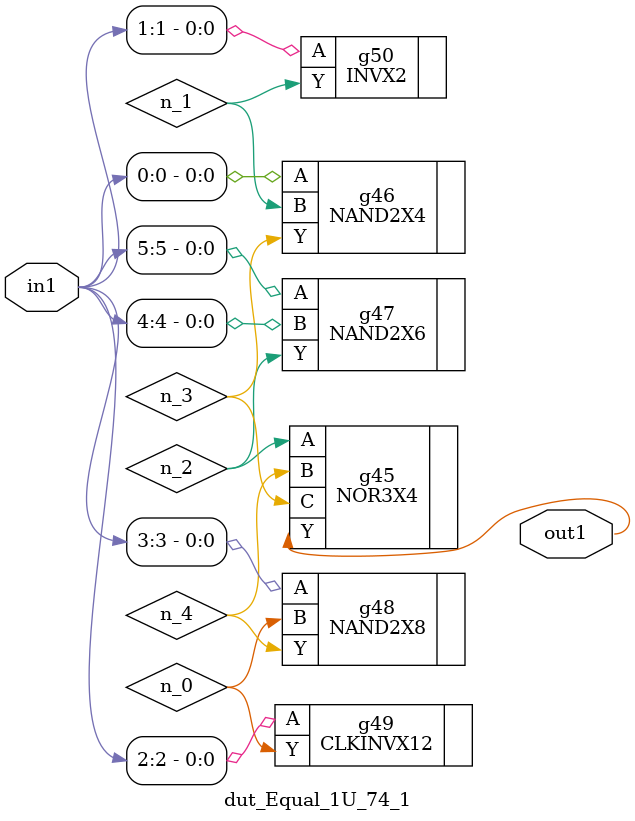
<source format=v>
`timescale 1ps / 1ps


module dut_Equal_1U_74_1(in1, out1);
  input [5:0] in1;
  output out1;
  wire [5:0] in1;
  wire out1;
  wire n_0, n_1, n_2, n_3, n_4;
  NOR3X4 g45(.A (n_2), .B (n_4), .C (n_3), .Y (out1));
  NAND2X8 g48(.A (in1[3]), .B (n_0), .Y (n_4));
  NAND2X4 g46(.A (in1[0]), .B (n_1), .Y (n_3));
  NAND2X6 g47(.A (in1[5]), .B (in1[4]), .Y (n_2));
  INVX2 g50(.A (in1[1]), .Y (n_1));
  CLKINVX12 g49(.A (in1[2]), .Y (n_0));
endmodule



</source>
